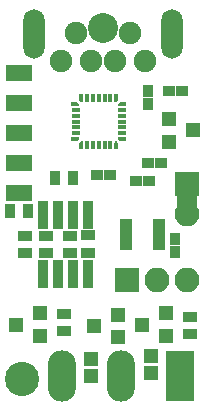
<source format=gts>
G04 #@! TF.FileFunction,Soldermask,Top*
%FSLAX46Y46*%
G04 Gerber Fmt 4.6, Leading zero omitted, Abs format (unit mm)*
G04 Created by KiCad (PCBNEW 4.0.7) date 01/29/18 07:06:24*
%MOMM*%
%LPD*%
G01*
G04 APERTURE LIST*
%ADD10C,0.100000*%
%ADD11R,0.900000X1.000000*%
%ADD12R,1.000000X0.900000*%
%ADD13C,2.540000*%
%ADD14C,2.900000*%
%ADD15R,1.150000X1.200000*%
%ADD16R,1.670000X1.370000*%
%ADD17R,1.300000X0.900000*%
%ADD18R,0.900000X1.300000*%
%ADD19R,1.300000X1.200000*%
%ADD20R,2.100000X2.100000*%
%ADD21O,2.100000X2.100000*%
%ADD22R,2.380000X4.360000*%
%ADD23O,2.380000X4.360000*%
%ADD24R,2.200000X1.400000*%
%ADD25C,1.901140*%
%ADD26O,1.800000X4.200000*%
%ADD27C,1.900000*%
%ADD28R,0.302000X0.502000*%
%ADD29R,0.302000X0.702000*%
%ADD30R,0.502000X0.302000*%
%ADD31R,0.702000X0.302000*%
%ADD32R,0.152000X0.152000*%
%ADD33R,0.102000X0.102000*%
%ADD34R,0.908000X2.400000*%
%ADD35R,1.000000X0.750000*%
G04 APERTURE END LIST*
D10*
D11*
X152668000Y-85374000D03*
X152668000Y-86474000D03*
D12*
X149408000Y-92528000D03*
X148308000Y-92528000D03*
D13*
X148858000Y-80082000D03*
D14*
X142000000Y-109800000D03*
D11*
X154954000Y-97947000D03*
X154954000Y-99047000D03*
D12*
X155504000Y-85416000D03*
X154404000Y-85416000D03*
D15*
X152922000Y-107780000D03*
X152922000Y-109280000D03*
X147842000Y-109534000D03*
X147842000Y-108034000D03*
D12*
X152710000Y-93036000D03*
X151610000Y-93036000D03*
X153726000Y-91512000D03*
X152626000Y-91512000D03*
D16*
X155970000Y-93920000D03*
X155970000Y-95200000D03*
D17*
X156224000Y-104478000D03*
X156224000Y-105978000D03*
X145556000Y-104224000D03*
X145556000Y-105724000D03*
D18*
X146306000Y-92782000D03*
X144806000Y-92782000D03*
X140996000Y-95576000D03*
X142496000Y-95576000D03*
D19*
X154462000Y-87768000D03*
X154462000Y-89668000D03*
X156462000Y-88718000D03*
X143492000Y-106112000D03*
X143492000Y-104212000D03*
X141492000Y-105162000D03*
D20*
X150890000Y-101418000D03*
D21*
X153430000Y-101418000D03*
X155970000Y-101418000D03*
D22*
X155382000Y-109546000D03*
D23*
X150382000Y-109546000D03*
X145382000Y-109546000D03*
D20*
X155970000Y-93290000D03*
D21*
X155970000Y-95830000D03*
D17*
X146064000Y-99120000D03*
X146064000Y-97620000D03*
X144032000Y-99120000D03*
X144032000Y-97620000D03*
X142254000Y-99120000D03*
X142254000Y-97620000D03*
X147588000Y-99108000D03*
X147588000Y-97608000D03*
D19*
X154192000Y-106112000D03*
X154192000Y-104212000D03*
X152192000Y-105162000D03*
D24*
X141746000Y-94052000D03*
X141746000Y-86432000D03*
X141746000Y-88972000D03*
X141746000Y-83892000D03*
X141746000Y-91512000D03*
D25*
X152414860Y-82878120D03*
X149874860Y-82878120D03*
X147842860Y-82878120D03*
X145302860Y-82878120D03*
D26*
X154700000Y-80590000D03*
X143016000Y-80590000D03*
D27*
X146572000Y-80463000D03*
X151144000Y-80463000D03*
D19*
X150128000Y-106244000D03*
X150128000Y-104344000D03*
X148128000Y-105294000D03*
D28*
X146974000Y-90013040D03*
D29*
X147482000Y-89914000D03*
X148482000Y-89914000D03*
X149482000Y-89914000D03*
D28*
X149990000Y-90016320D03*
D30*
X150539400Y-89472760D03*
D31*
X150432000Y-88964000D03*
X150432000Y-87964000D03*
X150432000Y-87464000D03*
D30*
X150534320Y-86460320D03*
D28*
X149985680Y-85911680D03*
D29*
X148982000Y-86014000D03*
X148482000Y-86014000D03*
X147982000Y-86014000D03*
D28*
X146973240Y-85911680D03*
D30*
X146434760Y-86461080D03*
D31*
X146532000Y-87464000D03*
X146532000Y-87964000D03*
X146532000Y-88464000D03*
D30*
X146424600Y-89467680D03*
D32*
X147049440Y-89686120D03*
X149915000Y-89691920D03*
X150215000Y-89397000D03*
X150209920Y-86536080D03*
X149909920Y-86236080D03*
X147049000Y-86241160D03*
X146759160Y-86536080D03*
X146749720Y-89391920D03*
D10*
G36*
X146824841Y-89467680D02*
X146673520Y-89619001D01*
X146522199Y-89467680D01*
X146673520Y-89316359D01*
X146824841Y-89467680D01*
X146824841Y-89467680D01*
G37*
G36*
X146835481Y-86461080D02*
X146684160Y-86612401D01*
X146532839Y-86461080D01*
X146684160Y-86309759D01*
X146835481Y-86461080D01*
X146835481Y-86461080D01*
G37*
G36*
X150441321Y-89472000D02*
X150290000Y-89623321D01*
X150138679Y-89472000D01*
X150290000Y-89320679D01*
X150441321Y-89472000D01*
X150441321Y-89472000D01*
G37*
G36*
X150436241Y-86461080D02*
X150284920Y-86612401D01*
X150133599Y-86461080D01*
X150284920Y-86309759D01*
X150436241Y-86461080D01*
X150436241Y-86461080D01*
G37*
G36*
X147124561Y-89762320D02*
X146973240Y-89913641D01*
X146821919Y-89762320D01*
X146973240Y-89610999D01*
X147124561Y-89762320D01*
X147124561Y-89762320D01*
G37*
G36*
X147125321Y-86166160D02*
X146974000Y-86317481D01*
X146822679Y-86166160D01*
X146974000Y-86014839D01*
X147125321Y-86166160D01*
X147125321Y-86166160D01*
G37*
G36*
X150141321Y-89766920D02*
X149990000Y-89918241D01*
X149838679Y-89766920D01*
X149990000Y-89615599D01*
X150141321Y-89766920D01*
X150141321Y-89766920D01*
G37*
G36*
X150136241Y-86161080D02*
X149984920Y-86312401D01*
X149833599Y-86161080D01*
X149984920Y-86009759D01*
X150136241Y-86161080D01*
X150136241Y-86161080D01*
G37*
D33*
X149882000Y-89364000D03*
X149882000Y-86564000D03*
X147082000Y-86564000D03*
X147082000Y-89364000D03*
D29*
X147982000Y-89914000D03*
X148982000Y-89914000D03*
D31*
X150432000Y-88464000D03*
X146532000Y-88964000D03*
X150432000Y-86964000D03*
D29*
X149482000Y-86014000D03*
X147482000Y-86014000D03*
D31*
X146532000Y-86964000D03*
D34*
X143778000Y-95870000D03*
X145048000Y-95870000D03*
X146318000Y-95870000D03*
X147588000Y-95870000D03*
X147588000Y-100870000D03*
X146318000Y-100870000D03*
X145048000Y-100870000D03*
X143778000Y-100870000D03*
D35*
X150820000Y-98512000D03*
X150820000Y-97862000D03*
X153560000Y-97212000D03*
X150820000Y-96562000D03*
X153560000Y-98512000D03*
X153560000Y-97862000D03*
X150820000Y-97212000D03*
X153560000Y-96562000D03*
M02*

</source>
